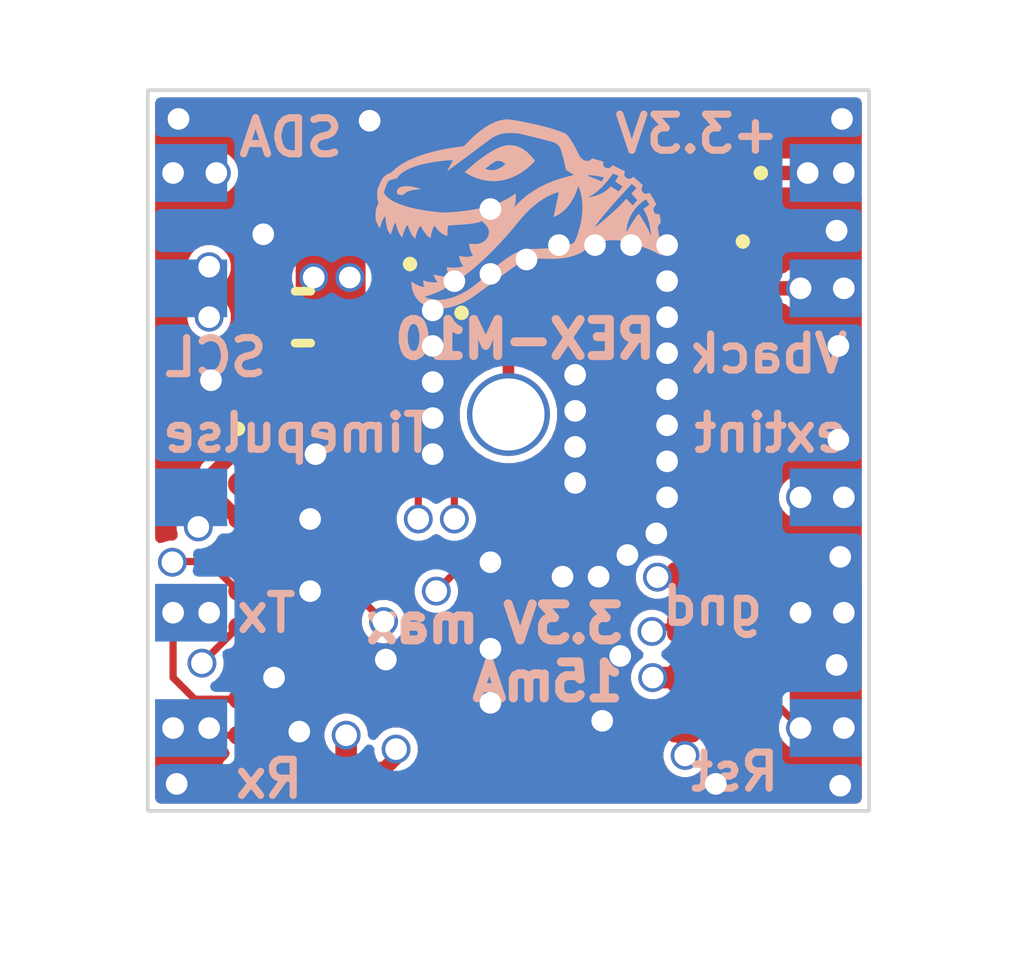
<source format=kicad_pcb>
(kicad_pcb (version 20241229) (generator "pcbnew") (generator_version "9.0")
  (layers (0 "F.Cu" signal) (4 "In1.Cu" signal) (6 "In2.Cu" signal) (8 "In3.Cu" signal) (10 "In4.Cu" signal) (2 "B.Cu" signal) (13 "F.Paste" user) (15 "B.Paste" user) (5 "F.SilkS" user "F.Silkscreen") (7 "B.SilkS" user "B.Silkscreen") (1 "F.Mask" user) (3 "B.Mask" user) (25 "Edge.Cuts" user))
  (net 0 "")
  (net 1 "+3.3V")
  (net 2 "GND")
  (net 3 "VBACKUP")
  (net 4 "SDA")
  (net 5 "RESET")
  (net 6 "SCL")
  (net 7 "RX")
  (net 8 "EXTINT")
  (net 9 "TX")
  (net 10 "TIMEPULSE")
  (net 12 "Net-(IC1-SAFEBOOT_N)")
  (net 13 "LNA_EN")
  (net 14 "VCC_RF")
  (net 17 "RF_IN")
  (net 19 "Net-(IC1-RESERVED_3)")
  (net 27 "RTC_IN")
  (net 28 "RTC_OUT")
  (net 30 "Net-(Connpa1010d1-RF_ANT)")
  (footprint "Resistor_SMD:R_0201_0603Metric" (layer "F.Cu") (at 149.9 92.1)
    (property "Reference" "R3" (hide yes))
    (property "Value" "4.7k" (hide yes))
    (pad "1" smd roundrect (at -0.32 0) (size 0.46 0.4) (layers "F.Cu" "F.Mask") (net 1 "+3.3V"))
    (pad "2" smd roundrect (at 0.32 0) (size 0.46 0.4) (layers "F.Cu" "F.Mask") (net 5 "RESET"))
  )
  (footprint "Capacitor_SMD:C_0201_0603Metric" (layer "F.Cu") (at 144.1 89.4 180)
    (property "Reference" "C1" (hide yes))
    (property "Value" "100n" (hide yes))
    (pad "1" smd roundrect (at -0.32 0 180) (size 0.46 0.4) (layers "F.Cu" "F.Mask") (net 1 "+3.3V"))
    (pad "2" smd roundrect (at 0.32 0 180) (size 0.46 0.4) (layers "F.Cu" "F.Mask") (net 2 "GND"))
  )
  (footprint "Capacitor_SMD:C_0201_0603Metric" (layer "F.Cu") (at 149.9 93.5)
    (property "Reference" "C3" (hide yes))
    (property "Value" "100n" (hide yes))
    (pad "1" smd roundrect (at -0.32 0) (size 0.46 0.4) (layers "F.Cu" "F.Mask") (net 1 "+3.3V"))
    (pad "2" smd roundrect (at 0.32 0) (size 0.46 0.4) (layers "F.Cu" "F.Mask") (net 2 "GND"))
  )
  (footprint "Capacitor_SMD:C_0201_0603Metric" (layer "F.Cu") (at 145 86.75 90)
    (property "Reference" "C5" (hide yes))
    (property "Value" "2.5p" (hide yes))
    (pad "1" smd roundrect (at -0.32 0 90) (size 0.46 0.4) (layers "F.Cu" "F.Mask") (net 27 "RTC_IN"))
    (pad "2" smd roundrect (at 0.32 0 90) (size 0.46 0.4) (layers "F.Cu" "F.Mask") (net 2 "GND"))
  )
  (footprint "samacsys:830107834801" (layer "F.Cu") (at 146.2 86.7125)
    (property "Reference" "J1" (hide yes))
    (property "Value" "830107834801" (hide yes))
    (pad "1" smd rect (at -0.415 0.35 90) (size 0.45 0.52) (layers "F.Cu" "F.Mask" "F.Paste") (net 27 "RTC_IN"))
    (pad "2" smd rect (at 0.415 0.35 90) (size 0.45 0.52) (layers "F.Cu" "F.Mask" "F.Paste") (net 2 "GND"))
    (pad "3" smd rect (at 0.415 -0.35 90) (size 0.45 0.52) (layers "F.Cu" "F.Mask" "F.Paste") (net 28 "RTC_OUT"))
    (pad "4" smd rect (at -0.415 -0.35 90) (size 0.45 0.52) (layers "F.Cu" "F.Mask" "F.Paste"))
  )
  (footprint "Capacitor_SMD:C_0402_1005Metric" (layer "F.Cu") (at 144.3 88.5 180)
    (property "Reference" "C4" (hide yes))
    (property "Value" "10u" (hide yes))
    (pad "1" smd roundrect (at -0.48 0 180) (size 0.56 0.62) (layers "F.Cu" "F.Mask" "F.Paste") (net 1 "+3.3V"))
    (pad "2" smd roundrect (at 0.48 0 180) (size 0.56 0.62) (layers "F.Cu" "F.Mask" "F.Paste") (net 2 "GND"))
  )
  (footprint "Capacitor_SMD:C_0201_0603Metric" (layer "F.Cu") (at 149.9 94.2)
    (property "Reference" "C2" (hide yes))
    (property "Value" "100n" (hide yes))
    (pad "1" smd roundrect (at -0.32 0) (size 0.46 0.4) (layers "F.Cu" "F.Mask") (net 3 "VBACKUP"))
    (pad "2" smd roundrect (at 0.32 0) (size 0.46 0.4) (layers "F.Cu" "F.Mask") (net 2 "GND"))
  )
  (footprint "Resistor_SMD:R_0201_0603Metric" (layer "F.Cu") (at 149.9 92.8)
    (property "Reference" "R2" (hide yes))
    (property "Value" "DNP" (hide yes))
    (pad "1" smd roundrect (at -0.32 0) (size 0.46 0.4) (layers "F.Cu" "F.Mask") (net 12 "Net-(IC1-SAFEBOOT_N)"))
    (pad "2" smd roundrect (at 0.32 0) (size 0.46 0.4) (layers "F.Cu" "F.Mask") (net 2 "GND"))
  )
  (footprint "samacsys:MIAM10Q00B" (layer "F.Cu") (at 145.4 92.8)
    (property "Reference" "IC1" (hide yes))
    (property "Value" "MIA-M10Q-00B" (hide yes))
    (pad "A1" smd circle (at -2 -2 90) (size 0.27 0.27) (layers "F.Cu" "F.Mask" "F.Paste") (net 2 "GND"))
    (pad "A2" smd circle (at -1.5 -2 90) (size 0.27 0.27) (layers "F.Cu" "F.Mask" "F.Paste") (net 2 "GND"))
    (pad "A3" smd circle (at -1 -2 90) (size 0.27 0.27) (layers "F.Cu" "F.Mask" "F.Paste") (net 2 "GND"))
    (pad "A4" smd circle (at -0.5 -2 90) (size 0.27 0.27) (layers "F.Cu" "F.Mask" "F.Paste") (net 27 "RTC_IN"))
    (pad "A5" smd circle (at 0 -2 90) (size 0.27 0.27) (layers "F.Cu" "F.Mask" "F.Paste") (net 28 "RTC_OUT"))
    (pad "A6" smd circle (at 0.5 -2 90) (size 0.27 0.27) (layers "F.Cu" "F.Mask" "F.Paste") (net 8 "EXTINT"))
    (pad "A7" smd circle (at 1 -2 90) (size 0.27 0.27) (layers "F.Cu" "F.Mask" "F.Paste") (net 10 "TIMEPULSE"))
    (pad "A8" smd circle (at 1.5 -2 90) (size 0.27 0.27) (layers "F.Cu" "F.Mask" "F.Paste") (net 2 "GND"))
    (pad "A9" smd circle (at 2 -2 90) (size 0.27 0.27) (layers "F.Cu" "F.Mask" "F.Paste") (net 2 "GND"))
    (pad "B1" smd circle (at -2 -1.5 90) (size 0.27 0.27) (layers "F.Cu" "F.Mask" "F.Paste") (net 1 "+3.3V"))
    (pad "B2" smd circle (at -1.5 -1.5 90) (size 0.27 0.27) (layers "F.Cu" "F.Mask" "F.Paste") (net 2 "GND"))
    (pad "B8" smd circle (at 1.5 -1.5 90) (size 0.27 0.27) (layers "F.Cu" "F.Mask" "F.Paste") (net 2 "GND"))
    (pad "B9" smd circle (at 2 -1.5 90) (size 0.27 0.27) (layers "F.Cu" "F.Mask" "F.Paste") (net 17 "RF_IN"))
    (pad "C1" smd circle (at -2 -1 90) (size 0.27 0.27) (layers "F.Cu" "F.Mask" "F.Paste"))
    (pad "C3" smd circle (at -1 -1 90) (size 0.27 0.27) (layers "F.Cu" "F.Mask" "F.Paste") (net 2 "GND"))
    (pad "C4" smd circle (at -0.5 -1 90) (size 0.27 0.27) (layers "F.Cu" "F.Mask" "F.Paste") (net 5 "RESET"))
    (pad "C5" smd circle (at 0 -1 90) (size 0.27 0.27) (layers "F.Cu" "F.Mask" "F.Paste"))
    (pad "C6" smd circle (at 0.5 -1 90) (size 0.27 0.27) (layers "F.Cu" "F.Mask" "F.Paste") (net 14 "VCC_RF"))
    (pad "C7" smd circle (at 1 -1 90) (size 0.27 0.27) (layers "F.Cu" "F.Mask" "F.Paste") (net 12 "Net-(IC1-SAFEBOOT_N)"))
    (pad "C9" smd circle (at 2 -1 90) (size 0.27 0.27) (layers "F.Cu" "F.Mask" "F.Paste") (net 2 "GND"))
    (pad "D1" smd circle (at -2 -0.5 90) (size 0.27 0.27) (layers "F.Cu" "F.Mask" "F.Paste") (net 4 "SDA"))
    (pad "D2" smd circle (at -1.5 -0.5 90) (size 0.27 0.27) (layers "F.Cu" "F.Mask" "F.Paste") (net 19 "Net-(IC1-RESERVED_3)"))
    (pad "D9" smd circle (at 2 -0.5 90) (size 0.27 0.27) (layers "F.Cu" "F.Mask" "F.Paste"))
    (pad "E1" smd circle (at -2 0 90) (size 0.27 0.27) (layers "F.Cu" "F.Mask" "F.Paste") (net 6 "SCL"))
    (pad "E2" smd circle (at -1.5 0 90) (size 0.27 0.27) (layers "F.Cu" "F.Mask" "F.Paste") (net 19 "Net-(IC1-RESERVED_3)"))
    (pad "E3" smd circle (at -1 0 90) (size 0.27 0.27) (layers "F.Cu" "F.Mask" "F.Paste") (net 2 "GND"))
    (pad "E4" smd circle (at -0.5 0 90) (size 0.27 0.27) (layers "F.Cu" "F.Mask" "F.Paste") (net 2 "GND"))
    (pad "E7" smd circle (at 1 0 90) (size 0.27 0.27) (layers "F.Cu" "F.Mask" "F.Paste"))
    (pad "E9" smd circle (at 2 0 90) (size 0.27 0.27) (layers "F.Cu" "F.Mask" "F.Paste") (net 2 "GND"))
    (pad "F1" smd circle (at -2 0.5 90) (size 0.27 0.27) (layers "F.Cu" "F.Mask" "F.Paste") (net 2 "GND"))
    (pad "F3" smd circle (at -1 0.5 90) (size 0.27 0.27) (layers "F.Cu" "F.Mask" "F.Paste") (net 2 "GND"))
    (pad "F4" smd circle (at -0.5 0.5 90) (size 0.27 0.27) (layers "F.Cu" "F.Mask" "F.Paste") (net 2 "GND"))
    (pad "F7" smd circle (at 1 0.5 90) (size 0.27 0.27) (layers "F.Cu" "F.Mask" "F.Paste"))
    (pad "F9" smd circle (at 2 0.5 90) (size 0.27 0.27) (layers "F.Cu" "F.Mask" "F.Paste") (net 2 "GND"))
    (pad "G1" smd circle (at -2 1 90) (size 0.27 0.27) (layers "F.Cu" "F.Mask" "F.Paste") (net 9 "TX"))
    (pad "G3" smd circle (at -1 1 90) (size 0.27 0.27) (layers "F.Cu" "F.Mask" "F.Paste") (net 2 "GND"))
    (pad "G4" smd circle (at -0.5 1 90) (size 0.27 0.27) (layers "F.Cu" "F.Mask" "F.Paste") (net 2 "GND"))
    (pad "G5" smd circle (at 0 1 90) (size 0.27 0.27) (layers "F.Cu" "F.Mask" "F.Paste") (net 2 "GND"))
    (pad "G6" smd circle (at 0.5 1 90) (size 0.27 0.27) (layers "F.Cu" "F.Mask" "F.Paste") (net 2 "GND"))
    (pad "G7" smd circle (at 1 1 90) (size 0.27 0.27) (layers "F.Cu" "F.Mask" "F.Paste") (net 2 "GND"))
    (pad "G9" smd circle (at 2 1 90) (size 0.27 0.27) (layers "F.Cu" "F.Mask" "F.Paste"))
    (pad "H1" smd circle (at -2 1.5 90) (size 0.27 0.27) (layers "F.Cu" "F.Mask" "F.Paste") (net 7 "RX"))
    (pad "H8" smd circle (at 1.5 1.5 90) (size 0.27 0.27) (layers "F.Cu" "F.Mask" "F.Paste") (net 2 "GND"))
    (pad "H9" smd circle (at 2 1.5 90) (size 0.27 0.27) (layers "F.Cu" "F.Mask" "F.Paste") (net 13 "LNA_EN"))
    (pad "J1" smd circle (at -2 2 90) (size 0.27 0.27) (layers "F.Cu" "F.Mask" "F.Paste"))
    (pad "J2" smd circle (at -1.5 2 90) (size 0.27 0.27) (layers "F.Cu" "F.Mask" "F.Paste"))
    (pad "J3" smd circle (at -1 2 90) (size 0.27 0.27) (layers "F.Cu" "F.Mask" "F.Paste"))
    (pad "J4" smd circle (at -0.5 2 90) (size 0.27 0.27) (layers "F.Cu" "F.Mask" "F.Paste") (net 1 "+3.3V"))
    (pad "J5" smd circle (at 0 2 90) (size 0.27 0.27) (layers "F.Cu" "F.Mask" "F.Paste") (net 3 "VBACKUP"))
    (pad "J6" smd circle (at 0.5 2 90) (size 0.27 0.27) (layers "F.Cu" "F.Mask" "F.Paste"))
    (pad "J7" smd circle (at 1 2 90) (size 0.27 0.27) (layers "F.Cu" "F.Mask" "F.Paste"))
    (pad "J8" smd circle (at 1.5 2 90) (size 0.27 0.27) (layers "F.Cu" "F.Mask" "F.Paste") (net 2 "GND"))
    (pad "J9" smd circle (at 2 2 90) (size 0.27 0.27) (layers "F.Cu" "F.Mask" "F.Paste") (net 2 "GND"))
  )
  (footprint "samacsys:RCLAMP3521ZATFT" (layer "F.Cu") (at 149.8 86.5 90)
    (property "Reference" "D1" (hide yes))
    (property "Value" "RCLAMP3521ZATFT" (hide yes))
    (pad "1" smd rect (at 0 0.213 180) (size 0.25 0.27) (layers "F.Cu" "F.Mask" "F.Paste") (net 1 "+3.3V"))
    (pad "2" smd rect (at 0 -0.212 180) (size 0.25 0.27) (layers "F.Cu" "F.Mask" "F.Paste") (net 2 "GND"))
  )
  (footprint "samacsys:RCLAMP3521ZATFT" (layer "F.Cu") (at 150.4 88.3 180)
    (property "Reference" "D2" (hide yes))
    (property "Value" "RCLAMP3521ZATFT" (hide yes))
    (pad "1" smd rect (at 0 0.213 270) (size 0.25 0.27) (layers "F.Cu" "F.Mask" "F.Paste") (net 3 "VBACKUP"))
    (pad "2" smd rect (at 0 -0.212 270) (size 0.25 0.27) (layers "F.Cu" "F.Mask" "F.Paste") (net 2 "GND"))
  )
  (footprint "Capacitor_SMD:C_0201_0603Metric" (layer "F.Cu") (at 147.75 86.4)
    (property "Reference" "C6" (hide yes))
    (property "Value" "2.5p" (hide yes))
    (pad "1" smd roundrect (at -0.32 0) (size 0.46 0.4) (layers "F.Cu" "F.Mask") (net 28 "RTC_OUT"))
    (pad "2" smd roundrect (at 0.32 0) (size 0.46 0.4) (layers "F.Cu" "F.Mask") (net 2 "GND"))
  )
  (footprint "samacsys:SF141582M5UUD2" (layer "F.Cu") (at 147.65 88.44)
    (property "Reference" "FL1" (hide yes))
    (property "Value" "SF14-1582M5UUD2" (hide yes))
    (pad "1" smd rect (at -0.5 0) (size 0.25 0.325) (layers "F.Cu" "F.Mask" "F.Paste") (net 30 "Net-(Connpa1010d1-RF_ANT)"))
    (pad "2" smd rect (at 0 0.287) (size 0.25 0.325) (layers "F.Cu" "F.Mask" "F.Paste") (net 2 "GND"))
    (pad "3" smd rect (at 0.5 0.287) (size 0.25 0.325) (layers "F.Cu" "F.Mask" "F.Paste") (net 2 "GND"))
    (pad "4" smd rect (at 0.5 -0.287) (size 0.25 0.325) (layers "F.Cu" "F.Mask" "F.Paste") (net 17 "RF_IN"))
    (pad "5" smd rect (at 0 -0.287) (size 0.25 0.325) (layers "F.Cu" "F.Mask" "F.Paste") (net 2 "GND"))
  )
  (footprint "pa1010d:PA1010D" (layer "B.Cu") (at 152.15 95.35 180)
    (property "Reference" "Connpa1010d1" (hide yes))
    (property "Value" "~" (hide yes))
    (pad "1" smd rect (at 9.4 8.85 180) (size 1 0.8) (layers "B.Cu" "B.Mask" "B.Paste") (net 4 "SDA"))
    (pad "2" smd rect (at 9.4 7.25 180) (size 1 0.8) (layers "B.Cu" "B.Mask" "B.Paste") (net 6 "SCL"))
    (pad "3" smd rect (at 9.4 4.35 180) (size 1 0.8) (layers "B.Cu" "B.Mask" "B.Paste") (net 10 "TIMEPULSE"))
    (pad "4" smd rect (at 9.4 2.75 180) (size 1 0.8) (layers "B.Cu" "B.Mask" "B.Paste") (net 9 "TX"))
    (pad "5" smd rect (at 9.4 1.15 180) (size 1 0.8) (layers "B.Cu" "B.Mask" "B.Paste") (net 7 "RX"))
    (pad "6" smd rect (at 0.6 1.15 180) (size 1 0.8) (layers "B.Cu" "B.Mask" "B.Paste") (net 5 "RESET"))
    (pad "7" smd rect (at 0.6 2.75 180) (size 1 0.8) (layers "B.Cu" "B.Mask" "B.Paste") (net 2 "GND"))
    (pad "8" smd rect (at 0.6 4.35 180) (size 1 0.8) (layers "B.Cu" "B.Mask" "B.Paste") (net 8 "EXTINT"))
    (pad "9" smd rect (at 0.6 7.25 180) (size 1 0.8) (layers "B.Cu" "B.Mask" "B.Paste") (net 3 "VBACKUP"))
    (pad "10" smd rect (at 0.6 8.85 180) (size 1 0.8) (layers "B.Cu" "B.Mask" "B.Paste") (net 1 "+3.3V"))
    (pad "11" thru_hole circle (at 5 5.5 180) (size 1.15 1.15) (drill 1) (layers "*.Cu" "*.Mask") (net 30 "Net-(Connpa1010d1-RF_ANT)"))
  )
  (footprint "stormtrooper:rex" (layer "B.Cu") (at 147.3 87.05 180)
    (property "Reference" "G***" (hide yes))
    (property "Value" "LOGO" (hide yes))
  )
  (gr_rect (start 142.15 85.35) (end 152.15 95.35) (stroke (width 0.05)) (fill no) (layer "Edge.Cuts"))
  (gr_text "Rst" (at 150.95 95.1 0) (layer "B.SilkS") (effects (font (size 0.5 0.5) (thickness 0.1)) (justify left bottom mirror)))
  (gr_text "SCL" (at 143.85 89.35 0) (layer "B.SilkS") (effects (font (size 0.5 0.5) (thickness 0.1)) (justify left bottom mirror)))
  (gr_text "REX-M10" (at 149.25 89.1 0) (layer "B.SilkS") (effects (font (size 0.5 0.5) (thickness 0.125)) (justify left bottom mirror)))
  (gr_text "Tx" (at 144.25 92.9 0) (layer "B.SilkS") (effects (font (size 0.5 0.5) (thickness 0.1)) (justify left bottom mirror)))
  (gr_text "Rx\n" (at 144.35 95.2 0) (layer "B.SilkS") (effects (font (size 0.5 0.5) (thickness 0.1)) (justify left bottom mirror)))
  (gr_text "gnd" (at 150.725 92.8 0) (layer "B.SilkS") (effects (font (size 0.5 0.5) (thickness 0.1)) (justify left bottom mirror)))
  (gr_text "SDA" (at 144.9 86.3 0) (layer "B.SilkS") (effects (font (size 0.5 0.5) (thickness 0.1)) (justify left bottom mirror)))
  (gr_text "+3.3V" (at 150.95 86.25 0) (layer "B.SilkS") (effects (font (size 0.5 0.5) (thickness 0.1)) (justify left bottom mirror)))
  (gr_text "Vback" (at 151.9 89.3 0) (layer "B.SilkS") (effects (font (size 0.5 0.5) (thickness 0.1)) (justify left bottom mirror)))
  (gr_text "Timepulse" (at 146.15 90.4 0) (layer "B.SilkS") (effects (font (size 0.5 0.5) (thickness 0.1)) (justify left bottom mirror)))
  (gr_text "extint" (at 151.9 90.4 0) (layer "B.SilkS") (effects (font (size 0.5 0.5) (thickness 0.1)) (justify left bottom mirror)))
  (gr_text "3.3V max\n15mA" (at 148.8 93.85 0) (layer "B.SilkS") (effects (font (size 0.5 0.5) (thickness 0.125)) (justify left bottom mirror)))
  (segment (start 143.064 90.964) (end 143.064 90.660824) (width 0.2) (layer "F.Cu") (net 1))
  (segment (start 149.58 92.1) (end 149.280403 92.1) (width 0.2) (layer "F.Cu") (net 1))
  (segment (start 143.064 90.660824) (end 143.544824 90.18) (width 0.2) (layer "F.Cu") (net 1))
  (segment (start 149.274129 92.106274) (end 149.215974 92.106274) (width 0.2) (layer "F.Cu") (net 1))
  (segment (start 143.98 90.18) (end 144.42 89.74) (width 0.2) (layer "F.Cu") (net 1))
  (segment (start 151.8 86.5) (end 151.3 86.5) (width 0.4) (layer "F.Cu") (net 1))
  (segment (start 151.3 86.5) (end 150.013 86.5) (width 0.2) (layer "F.Cu") (net 1))
  (segment (start 143.4 91.3) (end 143.064 90.964) (width 0.2) (layer "F.Cu") (net 1))
  (segment (start 149.58 93.5) (end 149.15 93.5) (width 0.3) (layer "F.Cu") (net 1))
  (segment (start 144.9 94.8) (end 144.9 94.3) (width 0.3) (layer "F.Cu") (net 1))
  (segment (start 144.42 89.74) (end 144.42 89.4) (width 0.2) (layer "F.Cu") (net 1))
  (segment (start 143.544824 90.18) (end 143.98 90.18) (width 0.2) (layer "F.Cu") (net 1))
  (segment (start 149.280403 92.1) (end 149.274129 92.106274) (width 0.2) (layer "F.Cu") (net 1))
  (via (at 144.45 87.95) (size 0.4) (drill 0.3) (layers "F.Cu" "B.Cu") (net 1))
  (via (at 149.215974 92.106274) (size 0.4) (drill 0.3) (layers "F.Cu" "B.Cu") (net 1))
  (via (at 144.9 94.3) (size 0.4) (drill 0.3) (layers "F.Cu" "B.Cu") (net 1))
  (via (at 151.3 86.5) (size 0.4) (drill 0.3) (layers "F.Cu" "B.Cu") (net 1))
  (via (at 151.8 86.5) (size 0.4) (drill 0.3) (layers "F.Cu" "B.Cu") (net 1))
  (via (at 144.95 87.95) (size 0.4) (drill 0.3) (layers "F.Cu" "B.Cu") (net 1))
  (via (at 149.15 93.5) (size 0.4) (drill 0.3) (layers "F.Cu" "B.Cu") (net 1))
  (via (at 151.75 91.825) (size 0.4) (drill 0.3) (layers "F.Cu" "B.Cu") (net 2))
  (via (at 145.45 93.25) (size 0.4) (drill 0.3) (layers "F.Cu" "B.Cu") (net 2))
  (via (at 151.725 88.9) (size 0.4) (drill 0.3) (layers "F.Cu" "B.Cu") (net 2))
  (via (at 146.9 93.85) (size 0.4) (drill 0.3) (layers "F.Cu" "B.Cu") (net 2))
  (via (at 149.35 87.5) (size 0.4) (drill 0.3) (layers "F.Cu" "B.Cu") (net 2))
  (via (at 148.35 87.5) (size 0.4) (drill 0.3) (layers "F.Cu" "B.Cu") (net 2))
  (via (at 151.7 93.325) (size 0.4) (drill 0.3) (layers "F.Cu" "B.Cu") (net 2))
  (via (at 147.85 87.5) (size 0.4) (drill 0.3) (layers "F.Cu" "B.Cu") (net 2))
  (via (at 149.35 88) (size 0.4) (drill 0.3) (layers "F.Cu" "B.Cu") (net 2))
  (via (at 144.4 92.301) (size 0.4) (drill 0.3) (layers "F.Cu" "B.Cu") (net 2))
  (via (at 146.9 87) (size 0.4) (drill 0.3) (layers "F.Cu" "B.Cu") (net 2))
  (via (at 146.1 89.9) (size 0.4) (drill 0.3) (layers "F.Cu" "B.Cu") (net 2))
  (via (at 148.85 87.5) (size 0.4) (drill 0.3) (layers "F.Cu" "B.Cu") (net 2))
  (via (at 148.075 89.3) (size 0.4) (drill 0.3) (layers "F.Cu" "B.Cu") (net 2))
  (via (at 146.9 91.9) (size 0.4) (drill 0.3) (layers "F.Cu" "B.Cu") (net 2))
  (via (at 146.9 93.1) (size 0.4) (drill 0.3) (layers "F.Cu" "B.Cu") (net 2))
  (via (at 149.2 91.5) (size 0.4) (drill 0.3) (layers "F.Cu" "B.Cu") (net 2))
  (via (at 149.35 90) (size 0.4) (drill 0.3) (layers "F.Cu" "B.Cu") (net 2))
  (via (at 146.1 90.4) (size 0.4) (drill 0.3) (layers "F.Cu" "B.Cu") (net 2))
  (via (at 148.075 90.8) (size 0.4) (drill 0.3) (layers "F.Cu" "B.Cu") (net 2))
  (via (at 151.7 87.3) (size 0.4) (drill 0.3) (layers "F.Cu" "B.Cu") (net 2))
  (via (at 145.225 85.775) (size 0.4) (drill 0.3) (layers "F.Cu" "B.Cu") (net 2))
  (via (at 146.1 89.4) (size 0.4) (drill 0.3) (layers "F.Cu" "B.Cu") (net 2))
  (via (at 149.35 88.5) (size 0.4) (drill 0.3) (layers "F.Cu" "B.Cu") (net 2))
  (via (at 143.75 87.35) (size 0.4) (drill 0.3) (layers "F.Cu" "B.Cu") (net 2))
  (via (at 151.725 90.2) (size 0.4) (drill 0.3) (layers "F.Cu" "B.Cu") (net 2))
  (via (at 151.75 95) (size 0.4) (drill 0.3) (layers "F.Cu" "B.Cu") (net 2))
  (via (at 146.1 88.4054) (size 0.4) (drill 0.3) (layers "F.Cu" "B.Cu") (net 2))
  (via (at 146.1 88.9) (size 0.4) (drill 0.3) (layers "F.Cu" "B.Cu") (net 2))
  (via (at 143.025 89.375) (size 0.4) (drill 0.3) (layers "F.Cu" "B.Cu") (net 2))
  (via (at 149.35 89.5) (size 0.4) (drill 0.3) (layers "F.Cu" "B.Cu") (net 2))
  (via (at 151.775 85.75) (size 0.4) (drill 0.3) (layers "F.Cu" "B.Cu") (net 2))
  (via (at 151.2 92.6) (size 0.4) (drill 0.3) (layers "F.Cu" "B.Cu") (net 2))
  (via (at 149.35 91) (size 0.4) (drill 0.3) (layers "F.Cu" "B.Cu") (net 2))
  (via (at 143.9 93.5) (size 0.4) (drill 0.3) (layers "F.Cu" "B.Cu") (net 2))
  (via (at 142.55 94.975) (size 0.4) (drill 0.3) (layers "F.Cu" "B.Cu") (net 2))
  (via (at 149.35 90.5) (size 0.4) (drill 0.3) (layers "F.Cu" "B.Cu") (net 2))
  (via (at 150.025 94.975) (size 0.4) (drill 0.3) (layers "F.Cu" "B.Cu") (net 2))
  (via (at 148.8 91.8) (size 0.4) (drill 0.3) (layers "F.Cu" "B.Cu") (net 2))
  (via (at 148.4 92.1) (size 0.4) (drill 0.3) (layers "F.Cu" "B.Cu") (net 2))
  (via (at 147.4 87.7) (size 0.4) (drill 0.3) (layers "F.Cu" "B.Cu") (net 2))
  (via (at 146.4 88) (size 0.4) (drill 0.3) (layers "F.Cu" "B.Cu") (net 2))
  (via (at 142.575 85.75) (size 0.4) (drill 0.3) (layers "F.Cu" "B.Cu") (net 2))
  (via (at 144.25 94.25) (size 0.4) (drill 0.3) (layers "F.Cu" "B.Cu") (net 2))
  (via (at 148.45 94.1) (size 0.4) (drill 0.3) (layers "F.Cu" "B.Cu") (net 2))
  (via (at 144.475 90.4) (size 0.4) (drill 0.3) (layers "F.Cu" "B.Cu") (net 2))
  (via (at 149.35 89) (size 0.4) (drill 0.3) (layers "F.Cu" "B.Cu") (net 2))
  (via (at 148.7 93.2) (size 0.4) (drill 0.3) (layers "F.Cu" "B.Cu") (net 2))
  (via (at 144.4 91.3) (size 0.4) (drill 0.3) (layers "F.Cu" "B.Cu") (net 2))
  (via (at 148.075 90.3) (size 0.4) (drill 0.3) (layers "F.Cu" "B.Cu") (net 2))
  (via (at 147.9 92.1) (size 0.4) (drill 0.3) (layers "F.Cu" "B.Cu") (net 2))
  (via (at 146.9 87.9) (size 0.4) (drill 0.3) (layers "F.Cu" "B.Cu") (net 2))
  (via (at 148.075 89.8) (size 0.4) (drill 0.3) (layers "F.Cu" "B.Cu") (net 2))
  (via (at 151.8 92.6) (size 0.4) (drill 0.3) (layers "F.Cu" "B.Cu") (net 2))
  (segment (start 149.6 94.555699) (end 149.6 94.58) (width 0.2) (layer "F.Cu") (net 3))
  (segment (start 151.2 88.1) (end 150.475 88.1) (width 0.2) (layer "F.Cu") (net 3))
  (segment (start 145.6 94.5) (end 145.6 94.6) (width 0.2) (layer "F.Cu") (net 3))
  (segment (start 149.58 94.535699) (end 149.6 94.555699) (width 0.2) (layer "F.Cu") (net 3))
  (segment (start 150.462 88.087) (end 150.4 88.087) (width 0.2) (layer "F.Cu") (net 3))
  (segment (start 145.592407 94.492407) (end 145.6 94.5) (width 0.2) (layer "F.Cu") (net 3))
  (segment (start 145.6 94.6) (end 145.4 94.8) (width 0.2) (layer "F.Cu") (net 3))
  (segment (start 149.58 94.2) (end 149.58 94.535699) (width 0.2) (layer "F.Cu") (net 3))
  (segment (start 150.475 88.1) (end 150.462 88.087) (width 0.2) (layer "F.Cu") (net 3))
  (via (at 151.2 88.1) (size 0.4) (drill 0.3) (layers "F.Cu" "B.Cu") (net 3))
  (via (at 151.8 88.1) (size 0.4) (drill 0.3) (layers "F.Cu" "B.Cu") (net 3))
  (via (at 149.6 94.58) (size 0.4) (drill 0.3) (layers "F.Cu" "B.Cu") (net 3))
  (via (at 145.592407 94.492407) (size 0.4) (drill 0.3) (layers "F.Cu" "B.Cu") (net 3))
  (segment (start 143.4 92.3) (end 142.99 91.89) (width 0.1) (layer "F.Cu") (net 4))
  (segment (start 142.51 91.89) (end 142.500002 91.899998) (width 0.1) (layer "F.Cu") (net 4))
  (segment (start 142.99 91.89) (end 142.51 91.89) (width 0.1) (layer "F.Cu") (net 4))
  (segment (start 142.500002 91.899998) (end 142.49 91.899998) (width 0.1) (layer "F.Cu") (net 4))
  (via (at 143.1 86.5) (size 0.4) (drill 0.3) (layers "F.Cu" "B.Cu") (net 4))
  (via (at 142.49 91.899998) (size 0.4) (drill 0.3) (layers "F.Cu" "B.Cu") (net 4))
  (via (at 142.5 86.5) (size 0.4) (drill 0.3) (layers "F.Cu" "B.Cu") (net 4))
  (segment (start 144.9 92.204622) (end 144.9 91.8) (width 0.1) (layer "F.Cu") (net 5))
  (segment (start 151.8 94.2) (end 151.2 94.2) (width 0.1) (layer "F.Cu") (net 5))
  (segment (start 150.9 92.78) (end 150.9 93.9) (width 0.1) (layer "F.Cu") (net 5))
  (segment (start 150.22 92.1) (end 150.9 92.78) (width 0.1) (layer "F.Cu") (net 5))
  (segment (start 150.9 93.9) (end 151.2 94.2) (width 0.1) (layer "F.Cu") (net 5))
  (segment (start 145.418052 92.722674) (end 144.9 92.204622) (width 0.1) (layer "F.Cu") (net 5))
  (via (at 145.418052 92.722674) (size 0.4) (drill 0.3) (layers "F.Cu" "B.Cu") (net 5))
  (via (at 151.2 94.2) (size 0.4) (drill 0.3) (layers "F.Cu" "B.Cu") (net 5))
  (via (at 151.8 94.2) (size 0.4) (drill 0.3) (layers "F.Cu" "B.Cu") (net 5))
  (segment (start 145.418052 92.722674) (end 145.528285 92.722674) (width 0.1) (layer "B.Cu") (net 5))
  (segment (start 143.100002 93.1) (end 143.100002 93.099998) (width 0.1) (layer "F.Cu") (net 6))
  (segment (start 142.9 93.300002) (end 143.100002 93.1) (width 0.1) (layer "F.Cu") (net 6))
  (segment (start 143.100002 93.099998) (end 143.4 92.8) (width 0.1) (layer "F.Cu") (net 6))
  (via (at 142.9 93.300002) (size 0.4) (drill 0.3) (layers "F.Cu" "B.Cu") (net 6))
  (via (at 143 87.8) (size 0.4) (drill 0.3) (layers "F.Cu" "B.Cu") (net 6))
  (via (at 143 88.5) (size 0.4) (drill 0.3) (layers "F.Cu" "B.Cu") (net 6))
  (segment (start 143.1 94.3) (end 143 94.2) (width 0.1) (layer "F.Cu") (net 7))
  (segment (start 143.4 94.3) (end 143.1 94.3) (width 0.1) (layer "F.Cu") (net 7))
  (segment (start 142.5 94.2) (end 143 94.2) (width 0.1) (layer "F.Cu") (net 7))
  (via (at 142.5 94.2) (size 0.4) (drill 0.3) (layers "F.Cu" "B.Cu") (net 7))
  (via (at 143 94.2) (size 0.4) (drill 0.3) (layers "F.Cu" "B.Cu") (net 7))
  (segment (start 145.9 91.3) (end 145.9 90.8) (width 0.1) (layer "F.Cu") (net 8))
  (via (at 151.8 91) (size 0.4) (drill 0.3) (layers "F.Cu" "B.Cu") (net 8))
  (via (at 145.9 91.3) (size 0.4) (drill 0.3) (layers "F.Cu" "B.Cu") (net 8))
  (via (at 151.2 91) (size 0.4) (drill 0.3) (layers "F.Cu" "B.Cu") (net 8))
  (segment (start 142.8 93.8) (end 143.4 93.8) (width 0.1) (layer "F.Cu") (net 9))
  (segment (start 142.5 93.5) (end 142.8 93.8) (width 0.1) (layer "F.Cu") (net 9))
  (segment (start 143 92.6) (end 142.5 92.6) (width 0.1) (layer "F.Cu") (net 9))
  (segment (start 142.5 92.6) (end 142.5 93.5) (width 0.1) (layer "F.Cu") (net 9))
  (via (at 142.5 92.6) (size 0.4) (drill 0.3) (layers "F.Cu" "B.Cu") (net 9))
  (via (at 143 92.6) (size 0.4) (drill 0.3) (layers "F.Cu" "B.Cu") (net 9))
  (segment (start 146.4 90.8) (end 146.4 91.3) (width 0.1) (layer "F.Cu") (net 10))
  (via (at 146.4 91.3) (size 0.4) (drill 0.3) (layers "F.Cu" "B.Cu") (net 10))
  (via (at 142.85 91.41) (size 0.4) (drill 0.3) (layers "F.Cu" "B.Cu") (net 10))
  (segment (start 142.75 91) (end 142.85 90.9) (width 0.1) (layer "B.Cu") (net 10))
  (segment (start 149.2 92.8) (end 149.14 92.86) (width 0.1) (layer "F.Cu") (net 12))
  (segment (start 149.58 92.8) (end 149.2 92.8) (width 0.1) (layer "F.Cu") (net 12))
  (segment (start 146.4 92.05) (end 146.15 92.3) (width 0.1) (layer "F.Cu") (net 12))
  (segment (start 146.4 91.8) (end 146.4 92.05) (width 0.1) (layer "F.Cu") (net 12))
  (via (at 146.15 92.3) (size 0.4) (drill 0.3) (layers "F.Cu" "B.Cu") (net 12))
  (via (at 149.14 92.86) (size 0.4) (drill 0.3) (layers "F.Cu" "B.Cu") (net 12))
  (segment (start 148.7 90.768751) (end 148.7 88.448728) (width 0.1608) (layer "F.Cu") (net 17))
  (segment (start 148.15 88.153) (end 148.16 88.163) (width 0.1608) (layer "F.Cu") (net 17))
  (segment (start 148.404272 88.153) (end 148.15 88.153) (width 0.1608) (layer "F.Cu") (net 17))
  (segment (start 147.4 91.3) (end 148.168751 91.3) (width 0.1608) (layer "F.Cu") (net 17))
  (arc (start 148.168751 91.3) (mid 148.544401 91.144401) (end 148.7 90.768751) (width 0.1608) (layer "F.Cu") (net 17))
  (arc (start 148.404272 88.153) (mid 148.613383 88.239617) (end 148.7 88.448728) (width 0.1608) (layer "F.Cu") (net 17))
  (segment (start 143.9 92.3) (end 143.9 92.8) (width 0.1) (layer "F.Cu") (net 19))
  (segment (start 145.0075 87.0625) (end 145 87.07) (width 0.1608) (layer "F.Cu") (net 27))
  (segment (start 145.785 87.0625) (end 145.0075 87.0625) (width 0.1608) (layer "F.Cu") (net 27))
  (segment (start 145.35 87.4975) (end 145.35 89.75) (width 0.1608) (layer "F.Cu") (net 27))
  (segment (start 145.785 87.0625) (end 145.35 87.4975) (width 0.1608) (layer "F.Cu") (net 27))
  (segment (start 144.9 90.2) (end 144.9 90.8) (width 0.1608) (layer "F.Cu") (net 27))
  (segment (start 145.35 89.75) (end 144.9 90.2) (width 0.1608) (layer "F.Cu") (net 27))
  (segment (start 147.43 87.07) (end 147 87.5) (width 0.1608) (layer "F.Cu") (net 28))
  (segment (start 147.43 86.4) (end 147.43 87.07) (width 0.1608) (layer "F.Cu") (net 28))
  (segment (start 146.615 86.3625) (end 147.3925 86.3625) (width 0.1608) (layer "F.Cu") (net 28))
  (segment (start 146 87.5) (end 145.6118 87.8882) (width 0.1608) (layer "F.Cu") (net 28))
  (segment (start 145.6118 87.8882) (end 145.6118 89.8882) (width 0.1608) (layer "F.Cu") (net 28))
  (segment (start 147 87.5) (end 146 87.5) (width 0.1608) (layer "F.Cu") (net 28))
  (segment (start 147.3925 86.3625) (end 147.43 86.4) (width 0.1608) (layer "F.Cu") (net 28))
  (segment (start 145.6118 89.8882) (end 145.4 90.1) (width 0.1608) (layer "F.Cu") (net 28))
  (segment (start 145.4 90.1) (end 145.4 90.8) (width 0.1608) (layer "F.Cu") (net 28))
  (segment (start 147.15 88.44) (end 147.15 89.85) (width 0.1608) (layer "F.Cu") (net 30))
  (segment (start 146.9 89.6) (end 147.15 89.85) (width 0.1608) (layer "F.Cu") (net 30))
  (zone (net 1) (net_name "+3.3V") (layer "F.Cu") (priority 1) (connect_pads yes (clearance 0.1)) (min_thickness 0.15) (fill yes (thermal_gap 0.5) (thermal_bridge_width 0.5))
    (polygon (pts (xy 144.2 89.7) (xy 144.2 87.6) (xy 145.25 87.6) (xy 145.25 89.35) (xy 144.9 89.7)))
  )
  (zone (net 2) (net_name "GND") (layers "F.Cu" "B.Cu" "In1.Cu" "In2.Cu" "In3.Cu" "In4.Cu") (connect_pads yes (clearance 0.1)) (min_thickness 0.15) (fill yes (thermal_gap 0.5) (thermal_bridge_width 0.5))
    (polygon (pts (xy 140.4 84.1) (xy 140.1 97.6) (xy 154.3 97.6) (xy 154.1 84.1)))
  )
)
</source>
